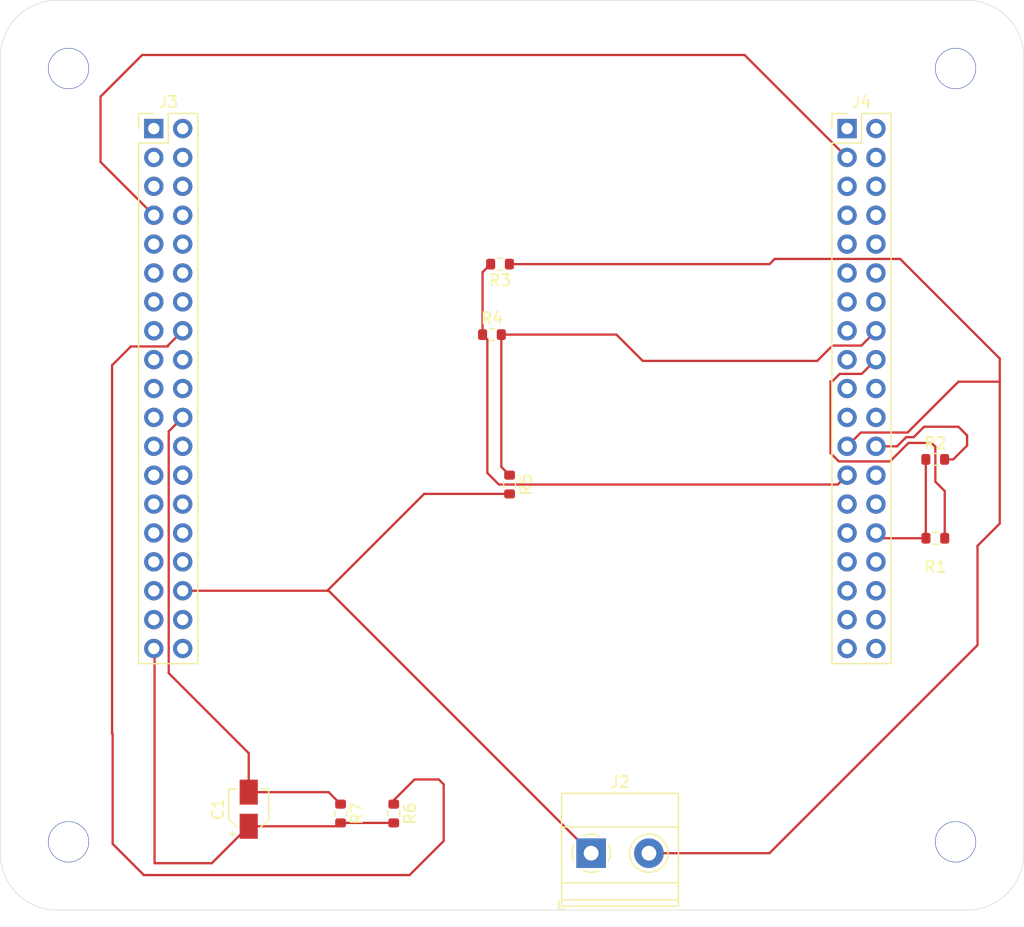
<source format=kicad_pcb>
(kicad_pcb (version 20240108) (generator "pcbnew") (generator_version "8.0")
  (layers (0 "F.Cu" signal) (31 "B.Cu" signal) (34 "B.Paste" user) (35 "F.Paste" user) (36 "B.SilkS" user "B.Silkscreen") (37 "F.SilkS" user "F.Silkscreen") (38 "B.Mask" user) (39 "F.Mask" user) (44 "Edge.Cuts" user))
  (net 0 "")
  (net 1 "E5V")
  (net 2 "PA13")
  (net 3 "3V3")
  (net 4 "PA15")
  (net 5 "GND")
  (net 6 "VIN")
  (net 7 "PC2")
  (net 8 "PC1")
  (net 9 "PA1")
  (net 10 "PA0")
  (net 11 "PC14")
  (net 12 "PD2")
  (net 13 "PB8")
  (net 16 "VBAT")
  (net 17 "PB0")
  (net 18 "PC13")
  (net 20 "PB7")
  (net 22 "PA14")
  (net 23 "PA4")
  (net 24 "RESET")
  (net 25 "PC12")
  (net 26 "VDD")
  (net 27 "PF1")
  (net 28 "PF0")
  (net 29 "PC3")
  (net 30 "PC10")
  (net 31 "IOREF")
  (net 32 "5V")
  (net 33 "PC0")
  (net 34 "PC15")
  (net 35 "PC11")
  (net 36 "PC7")
  (net 37 "PB3")
  (net 38 "PA9")
  (net 39 "PA7")
  (net 40 "PA10")
  (net 41 "PA6")
  (net 42 "PA8")
  (net 43 "PB2")
  (net 44 "PC5")
  (net 45 "PB11")
  (net 46 "PA12")
  (net 49 "PB14")
  (net 50 "PB5")
  (net 51 "PB15")
  (net 52 "PB4")
  (net 53 "PA11")
  (net 54 "PC4")
  (net 55 "PC8")
  (net 56 "PA5")
  (net 57 "PC6")
  (net 58 "PB9")
  (net 59 "AGND")
  (net 60 "AVDD")
  (net 61 "PB13")
  (net 62 "PB10")
  (net 63 "PC9")
  (net 64 "PB6")
  (net 65 "PB1")
  (net 66 "U5V")
  (net 67 "PB12")
  (footprint "Connector_PinHeader_2.54mm:PinHeader_2x19_P2.54mm_Vertical" (layer "F.Cu") (at 144.46 91.28)
    (property "Reference" "J4" (at 1.27 -2.33 0) (layer "F.SilkS"))
    (property "Value" "Conn_02x19_Odd_Even")
    (fp_line (start -1.33 -1.33) (end 0 -1.33) (stroke (width 0.12)) (layer "F.SilkS"))
    (fp_line (start -1.33 0) (end -1.33 -1.33) (stroke (width 0.12)) (layer "F.SilkS"))
    (fp_line (start -1.33 1.27) (end -1.33 47.05) (stroke (width 0.12)) (layer "F.SilkS"))
    (fp_line (start -1.33 1.27) (end 1.27 1.27) (stroke (width 0.12)) (layer "F.SilkS"))
    (fp_line (start -1.33 47.05) (end 3.87 47.05) (stroke (width 0.12)) (layer "F.SilkS"))
    (fp_line (start 1.27 -1.33) (end 3.87 -1.33) (stroke (width 0.12)) (layer "F.SilkS"))
    (fp_line (start 1.27 1.27) (end 1.27 -1.33) (stroke (width 0.12)) (layer "F.SilkS"))
    (fp_line (start 3.87 -1.33) (end 3.87 47.05) (stroke (width 0.12)) (layer "F.SilkS"))
    (pad "1" thru_hole rect (at 0 0) (size 1.7 1.7) (drill 1) (layers "*.Cu" "*.Mask") (net 63 "PC9"))
    (pad "2" thru_hole oval (at 2.54 0) (size 1.7 1.7) (drill 1) (layers "*.Cu" "*.Mask") (net 55 "PC8"))
    (pad "3" thru_hole oval (at 0 2.54) (size 1.7 1.7) (drill 1) (layers "*.Cu" "*.Mask") (net 13 "PB8"))
    (pad "4" thru_hole oval (at 2.54 2.54) (size 1.7 1.7) (drill 1) (layers "*.Cu" "*.Mask") (net 57 "PC6"))
    (pad "5" thru_hole oval (at 0 5.08) (size 1.7 1.7) (drill 1) (layers "*.Cu" "*.Mask") (net 58 "PB9"))
    (pad "6" thru_hole oval (at 2.54 5.08) (size 1.7 1.7) (drill 1) (layers "*.Cu" "*.Mask") (net 44 "PC5"))
    (pad "7" thru_hole oval (at 0 7.62) (size 1.7 1.7) (drill 1) (layers "*.Cu" "*.Mask") (net 60 "AVDD"))
    (pad "8" thru_hole oval (at 2.54 7.62) (size 1.7 1.7) (drill 1) (layers "*.Cu" "*.Mask") (net 66 "U5V"))
    (pad "9" thru_hole oval (at 0 10.16) (size 1.7 1.7) (drill 1) (layers "*.Cu" "*.Mask") (net 5 "GND"))
    (pad "10" thru_hole oval (at 2.54 10.16) (size 1.7 1.7) (drill 1) (layers "*.Cu" "*.Mask"))
    (pad "11" thru_hole oval (at 0 12.7) (size 1.7 1.7) (drill 1) (layers "*.Cu" "*.Mask") (net 56 "PA5"))
    (pad "12" thru_hole oval (at 2.54 12.7) (size 1.7 1.7) (drill 1) (layers "*.Cu" "*.Mask") (net 46 "PA12"))
    (pad "13" thru_hole oval (at 0 15.24) (size 1.7 1.7) (drill 1) (layers "*.Cu" "*.Mask") (net 41 "PA6"))
    (pad "14" thru_hole oval (at 2.54 15.24) (size 1.7 1.7) (drill 1) (layers "*.Cu" "*.Mask") (net 53 "PA11"))
    (pad "15" thru_hole oval (at 0 17.78) (size 1.7 1.7) (drill 1) (layers "*.Cu" "*.Mask") (net 39 "PA7"))
    (pad "16" thru_hole oval (at 2.54 17.78) (size 1.7 1.7) (drill 1) (layers "*.Cu" "*.Mask") (net 67 "PB12"))
    (pad "17" thru_hole oval (at 0 20.32) (size 1.7 1.7) (drill 1) (layers "*.Cu" "*.Mask") (net 64 "PB6"))
    (pad "18" thru_hole oval (at 2.54 20.32) (size 1.7 1.7) (drill 1) (layers "*.Cu" "*.Mask") (net 45 "PB11"))
    (pad "19" thru_hole oval (at 0 22.86) (size 1.7 1.7) (drill 1) (layers "*.Cu" "*.Mask") (net 36 "PC7"))
    (pad "20" thru_hole oval (at 2.54 22.86) (size 1.7 1.7) (drill 1) (layers "*.Cu" "*.Mask") (net 5 "GND"))
    (pad "21" thru_hole oval (at 0 25.4) (size 1.7 1.7) (drill 1) (layers "*.Cu" "*.Mask") (net 38 "PA9"))
    (pad "22" thru_hole oval (at 2.54 25.4) (size 1.7 1.7) (drill 1) (layers "*.Cu" "*.Mask") (net 43 "PB2"))
    (pad "23" thru_hole oval (at 0 27.94) (size 1.7 1.7) (drill 1) (layers "*.Cu" "*.Mask") (net 42 "PA8"))
    (pad "24" thru_hole oval (at 2.54 27.94) (size 1.7 1.7) (drill 1) (layers "*.Cu" "*.Mask") (net 65 "PB1"))
    (pad "25" thru_hole oval (at 0 30.48) (size 1.7 1.7) (drill 1) (layers "*.Cu" "*.Mask") (net 62 "PB10"))
    (pad "26" thru_hole oval (at 2.54 30.48) (size 1.7 1.7) (drill 1) (layers "*.Cu" "*.Mask") (net 51 "PB15"))
    (pad "27" thru_hole oval (at 0 33.02) (size 1.7 1.7) (drill 1) (layers "*.Cu" "*.Mask") (net 52 "PB4"))
    (pad "28" thru_hole oval (at 2.54 33.02) (size 1.7 1.7) (drill 1) (layers "*.Cu" "*.Mask") (net 49 "PB14"))
    (pad "29" thru_hole oval (at 0 35.56) (size 1.7 1.7) (drill 1) (layers "*.Cu" "*.Mask") (net 50 "PB5"))
    (pad "30" thru_hole oval (at 2.54 35.56) (size 1.7 1.7) (drill 1) (layers "*.Cu" "*.Mask") (net 61 "PB13"))
    (pad "31" thru_hole oval (at 0 38.1) (size 1.7 1.7) (drill 1) (layers "*.Cu" "*.Mask") (net 37 "PB3"))
    (pad "32" thru_hole oval (at 2.54 38.1) (size 1.7 1.7) (drill 1) (layers "*.Cu" "*.Mask") (net 59 "AGND"))
    (pad "33" thru_hole oval (at 0 40.64) (size 1.7 1.7) (drill 1) (layers "*.Cu" "*.Mask") (net 40 "PA10"))
    (pad "34" thru_hole oval (at 2.54 40.64) (size 1.7 1.7) (drill 1) (layers "*.Cu" "*.Mask") (net 54 "PC4"))
    (pad "35" thru_hole oval (at 0 43.18) (size 1.7 1.7) (drill 1) (layers "*.Cu" "*.Mask") (net 54 "PC4"))
    (pad "36" thru_hole oval (at 2.54 43.18) (size 1.7 1.7) (drill 1) (layers "*.Cu" "*.Mask"))
    (pad "37" thru_hole oval (at 0 45.72) (size 1.7 1.7) (drill 1) (layers "*.Cu" "*.Mask") (net 44 "PC5"))
    (pad "38" thru_hole oval (at 2.54 45.72) (size 1.7 1.7) (drill 1) (layers "*.Cu" "*.Mask"))
  )
  (footprint "Resistor_SMD:R_0603_1608Metric" (layer "F.Cu") (at 104.5972 151.511 -90)
    (property "Reference" "R6" (at 0 -1.43 90) (layer "F.SilkS"))
    (property "Value" "10k")
    (fp_line (start -0.237258 0.5225) (end 0.237258 0.5225) (stroke (width 0.12)) (layer "F.SilkS"))
    (fp_line (start -0.237258 -0.5225) (end 0.237258 -0.5225) (stroke (width 0.12)) (layer "F.SilkS"))
    (pad "1" smd roundrect (at -0.825 0 270) (size 0.8 0.95) (layers "F.Cu" "F.Paste" "F.Mask") (net 3 "3V3"))
    (pad "2" smd roundrect (at 0.825 0 270) (size 0.8 0.95) (layers "F.Cu" "F.Paste" "F.Mask") (net 29 "PC3"))
  )
  (footprint "Resistor_SMD:R_0603_1608Metric" (layer "F.Cu") (at 114.7826 122.5804 -90)
    (property "Reference" "R5" (at 0 -1.43 90) (layer "F.SilkS"))
    (property "Value" "1k")
    (fp_line (start -0.237258 0.5225) (end 0.237258 0.5225) (stroke (width 0.12)) (layer "F.SilkS"))
    (fp_line (start -0.237258 -0.5225) (end 0.237258 -0.5225) (stroke (width 0.12)) (layer "F.SilkS"))
    (pad "1" smd roundrect (at -0.825 0 270) (size 0.8 0.95) (layers "F.Cu" "F.Paste" "F.Mask") (net 67 "PB12"))
    (pad "2" smd roundrect (at 0.825 0 270) (size 0.8 0.95) (layers "F.Cu" "F.Paste" "F.Mask") (net 17 "PB0"))
  )
  (footprint "Resistor_SMD:R_0603_1608Metric" (layer "F.Cu") (at 152.21 120.3706)
    (property "Reference" "R2" (at 0 -1.43 0) (layer "F.SilkS"))
    (property "Value" "1k")
    (fp_line (start -0.237258 -0.5225) (end 0.237258 -0.5225) (stroke (width 0.12)) (layer "F.SilkS"))
    (fp_line (start -0.237258 0.5225) (end 0.237258 0.5225) (stroke (width 0.12)) (layer "F.SilkS"))
    (pad "1" smd roundrect (at -0.825 0) (size 0.8 0.95) (layers "F.Cu" "F.Paste" "F.Mask") (net 61 "PB13"))
    (pad "2" smd roundrect (at 0.825 0) (size 0.8 0.95) (layers "F.Cu" "F.Paste" "F.Mask") (net 65 "PB1"))
  )
  (footprint "Connector_PinHeader_2.54mm:PinHeader_2x19_P2.54mm_Vertical" (layer "F.Cu") (at 83.5 91.28)
    (property "Reference" "J3" (at 1.27 -2.33 0) (layer "F.SilkS"))
    (property "Value" "Conn_02x19_Odd_Even")
    (fp_line (start -1.33 -1.33) (end 0 -1.33) (stroke (width 0.12)) (layer "F.SilkS"))
    (fp_line (start -1.33 0) (end -1.33 -1.33) (stroke (width 0.12)) (layer "F.SilkS"))
    (fp_line (start -1.33 1.27) (end -1.33 47.05) (stroke (width 0.12)) (layer "F.SilkS"))
    (fp_line (start -1.33 1.27) (end 1.27 1.27) (stroke (width 0.12)) (layer "F.SilkS"))
    (fp_line (start -1.33 47.05) (end 3.87 47.05) (stroke (width 0.12)) (layer "F.SilkS"))
    (fp_line (start 1.27 -1.33) (end 3.87 -1.33) (stroke (width 0.12)) (layer "F.SilkS"))
    (fp_line (start 1.27 1.27) (end 1.27 -1.33) (stroke (width 0.12)) (layer "F.SilkS"))
    (fp_line (start 3.87 -1.33) (end 3.87 47.05) (stroke (width 0.12)) (layer "F.SilkS"))
    (pad "1" thru_hole rect (at 0 0) (size 1.7 1.7) (drill 1) (layers "*.Cu" "*.Mask") (net 30 "PC10"))
    (pad "2" thru_hole oval (at 2.54 0) (size 1.7 1.7) (drill 1) (layers "*.Cu" "*.Mask") (net 35 "PC11"))
    (pad "3" thru_hole oval (at 0 2.54) (size 1.7 1.7) (drill 1) (layers "*.Cu" "*.Mask") (net 25 "PC12"))
    (pad "4" thru_hole oval (at 2.54 2.54) (size 1.7 1.7) (drill 1) (layers "*.Cu" "*.Mask") (net 12 "PD2"))
    (pad "5" thru_hole oval (at 0 5.08) (size 1.7 1.7) (drill 1) (layers "*.Cu" "*.Mask") (net 26 "VDD"))
    (pad "6" thru_hole oval (at 2.54 5.08) (size 1.7 1.7) (drill 1) (layers "*.Cu" "*.Mask") (net 1 "E5V"))
    (pad "7" thru_hole oval (at 0 7.62) (size 1.7 1.7) (drill 1) (layers "*.Cu" "*.Mask") (net 13 "PB8"))
    (pad "8" thru_hole oval (at 2.54 7.62) (size 1.7 1.7) (drill 1) (layers "*.Cu" "*.Mask") (net 5 "GND"))
    (pad "9" thru_hole oval (at 0 10.16) (size 1.7 1.7) (drill 1) (layers "*.Cu" "*.Mask"))
    (pad "10" thru_hole oval (at 2.54 10.16) (size 1.7 1.7) (drill 1) (layers "*.Cu" "*.Mask"))
    (pad "11" thru_hole oval (at 0 12.7) (size 1.7 1.7) (drill 1) (layers "*.Cu" "*.Mask"))
    (pad "12" thru_hole oval (at 2.54 12.7) (size 1.7 1.7) (drill 1) (layers "*.Cu" "*.Mask") (net 31 "IOREF"))
    (pad "13" thru_hole oval (at 0 15.24) (size 1.7 1.7) (drill 1) (layers "*.Cu" "*.Mask") (net 2 "PA13"))
    (pad "14" thru_hole oval (at 2.54 15.24) (size 1.7 1.7) (drill 1) (layers "*.Cu" "*.Mask") (net 24 "RESET"))
    (pad "15" thru_hole oval (at 0 17.78) (size 1.7 1.7) (drill 1) (layers "*.Cu" "*.Mask") (net 22 "PA14"))
    (pad "16" thru_hole oval (at 2.54 17.78) (size 1.7 1.7) (drill 1) (layers "*.Cu" "*.Mask") (net 3 "3V3"))
    (pad "17" thru_hole oval (at 0 20.32) (size 1.7 1.7) (drill 1) (layers "*.Cu" "*.Mask") (net 4 "PA15"))
    (pad "18" thru_hole oval (at 2.54 20.32) (size 1.7 1.7) (drill 1) (layers "*.Cu" "*.Mask") (net 32 "5V"))
    (pad "19" thru_hole oval (at 0 22.86) (size 1.7 1.7) (drill 1) (layers "*.Cu" "*.Mask") (net 5 "GND"))
    (pad "20" thru_hole oval (at 2.54 22.86) (size 1.7 1.7) (drill 1) (layers "*.Cu" "*.Mask") (net 5 "GND"))
    (pad "21" thru_hole oval (at 0 25.4) (size 1.7 1.7) (drill 1) (layers "*.Cu" "*.Mask") (net 20 "PB7"))
    (pad "22" thru_hole oval (at 2.54 25.4) (size 1.7 1.7) (drill 1) (layers "*.Cu" "*.Mask") (net 5 "GND"))
    (pad "23" thru_hole oval (at 0 27.94) (size 1.7 1.7) (drill 1) (layers "*.Cu" "*.Mask") (net 18 "PC13"))
    (pad "24" thru_hole oval (at 2.54 27.94) (size 1.7 1.7) (drill 1) (layers "*.Cu" "*.Mask") (net 6 "VIN"))
    (pad "25" thru_hole oval (at 0 30.48) (size 1.7 1.7) (drill 1) (layers "*.Cu" "*.Mask") (net 11 "PC14"))
    (pad "26" thru_hole oval (at 2.54 30.48) (size 1.7 1.7) (drill 1) (layers "*.Cu" "*.Mask"))
    (pad "27" thru_hole oval (at 0 33.02) (size 1.7 1.7) (drill 1) (layers "*.Cu" "*.Mask") (net 34 "PC15"))
    (pad "28" thru_hole oval (at 2.54 33.02) (size 1.7 1.7) (drill 1) (layers "*.Cu" "*.Mask") (net 10 "PA0"))
    (pad "29" thru_hole oval (at 0 35.56) (size 1.7 1.7) (drill 1) (layers "*.Cu" "*.Mask") (net 28 "PF0"))
    (pad "30" thru_hole oval (at 2.54 35.56) (size 1.7 1.7) (drill 1) (layers "*.Cu" "*.Mask") (net 9 "PA1"))
    (pad "31" thru_hole oval (at 0 38.1) (size 1.7 1.7) (drill 1) (layers "*.Cu" "*.Mask") (net 27 "PF1"))
    (pad "32" thru_hole oval (at 2.54 38.1) (size 1.7 1.7) (drill 1) (layers "*.Cu" "*.Mask") (net 23 "PA4"))
    (pad "33" thru_hole oval (at 0 40.64) (size 1.7 1.7) (drill 1) (layers "*.Cu" "*.Mask") (net 16 "VBAT"))
    (pad "34" thru_hole oval (at 2.54 40.64) (size 1.7 1.7) (drill 1) (layers "*.Cu" "*.Mask") (net 17 "PB0"))
    (pad "35" thru_hole oval (at 0 43.18) (size 1.7 1.7) (drill 1) (layers "*.Cu" "*.Mask") (net 7 "PC2"))
    (pad "36" thru_hole oval (at 2.54 43.18) (size 1.7 1.7) (drill 1) (layers "*.Cu" "*.Mask") (net 8 "PC1"))
    (pad "37" thru_hole oval (at 0 45.72) (size 1.7 1.7) (drill 1) (layers "*.Cu" "*.Mask") (net 29 "PC3"))
    (pad "38" thru_hole oval (at 2.54 45.72) (size 1.7 1.7) (drill 1) (layers "*.Cu" "*.Mask") (net 33 "PC0"))
  )
  (footprint "Capacitor_SMD:CP_Elec_3x5.3" (layer "F.Cu") (at 91.8464 151.1314 90)
    (property "Reference" "C1" (at 0 -2.7 270) (layer "F.SilkS"))
    (property "Value" "1u")
    (fp_line (start 1.76 -1.76) (end 1.76 -1.06) (stroke (width 0.12)) (layer "F.SilkS"))
    (fp_line (start -0.870563 -1.76) (end 1.76 -1.76) (stroke (width 0.12)) (layer "F.SilkS"))
    (fp_line (start -2.1875 -1.6225) (end -2.1875 -1.2475) (stroke (width 0.12)) (layer "F.SilkS"))
    (fp_line (start -2.375 -1.435) (end -2 -1.435) (stroke (width 0.12)) (layer "F.SilkS"))
    (fp_line (start -1.570563 -1.06) (end -0.870563 -1.76) (stroke (width 0.12)) (layer "F.SilkS"))
    (fp_line (start -1.570563 1.06) (end -0.870563 1.76) (stroke (width 0.12)) (layer "F.SilkS"))
    (fp_line (start 1.76 1.76) (end 1.76 1.06) (stroke (width 0.12)) (layer "F.SilkS"))
    (fp_line (start -0.870563 1.76) (end 1.76 1.76) (stroke (width 0.12)) (layer "F.SilkS"))
    (pad "1" smd rect (at -1.5 0 90) (size 2.2 1.6) (layers "F.Cu" "F.Paste" "F.Mask") (net 29 "PC3"))
    (pad "2" smd rect (at 1.5 0 90) (size 2.2 1.6) (layers "F.Cu" "F.Paste" "F.Mask") (net 5 "GND"))
  )
  (footprint "Resistor_SMD:R_0603_1608Metric" (layer "F.Cu") (at 113.9444 103.2002 180)
    (property "Reference" "R3" (at 0 -1.43 180) (layer "F.SilkS"))
    (property "Value" "1k")
    (fp_line (start -0.237258 0.5225) (end 0.237258 0.5225) (stroke (width 0.12)) (layer "F.SilkS"))
    (fp_line (start -0.237258 -0.5225) (end 0.237258 -0.5225) (stroke (width 0.12)) (layer "F.SilkS"))
    (pad "1" smd roundrect (at -0.825 0 180) (size 0.8 0.95) (layers "F.Cu" "F.Paste" "F.Mask") (net 42 "PA8"))
    (pad "2" smd roundrect (at 0.825 0 180) (size 0.8 0.95) (layers "F.Cu" "F.Paste" "F.Mask") (net 62 "PB10"))
  )
  (footprint "Resistor_SMD:R_0603_1608Metric" (layer "F.Cu") (at 99.9236 151.511 -90)
    (property "Reference" "R7" (at 0 -1.43 90) (layer "F.SilkS"))
    (property "Value" "10k")
    (fp_line (start -0.237258 0.5225) (end 0.237258 0.5225) (stroke (width 0.12)) (layer "F.SilkS"))
    (fp_line (start -0.237258 -0.5225) (end 0.237258 -0.5225) (stroke (width 0.12)) (layer "F.SilkS"))
    (pad "1" smd roundrect (at -0.825 0 270) (size 0.8 0.95) (layers "F.Cu" "F.Paste" "F.Mask") (net 5 "GND"))
    (pad "2" smd roundrect (at 0.825 0 270) (size 0.8 0.95) (layers "F.Cu" "F.Paste" "F.Mask") (net 29 "PC3"))
  )
  (footprint "TerminalBlock_Phoenix:TerminalBlock_Phoenix_MKDS-1,5-2-5.08_1x02_P5.08mm_Horizontal" (layer "F.Cu") (at 121.955 155)
    (property "Reference" "J2" (at 2.54 -6.26 0) (layer "F.SilkS"))
    (property "Value" "Screw_Terminal_01x02")
    (fp_line (start -2.84 4.16) (end -2.84 4.9) (stroke (width 0.12)) (layer "F.SilkS"))
    (fp_line (start -2.84 4.9) (end -2.34 4.9) (stroke (width 0.12)) (layer "F.SilkS"))
    (fp_line (start -2.6 -5.261) (end -2.6 4.66) (stroke (width 0.12)) (layer "F.SilkS"))
    (fp_line (start -2.6 -5.261) (end 7.68 -5.261) (stroke (width 0.12)) (layer "F.SilkS"))
    (fp_line (start -2.6 -2.301) (end 7.68 -2.301) (stroke (width 0.12)) (layer "F.SilkS"))
    (fp_line (start -2.6 2.6) (end 7.68 2.6) (stroke (width 0.12)) (layer "F.SilkS"))
    (fp_line (start -2.6 4.1) (end 7.68 4.1) (stroke (width 0.12)) (layer "F.SilkS"))
    (fp_line (start -2.6 4.66) (end 7.68 4.66) (stroke (width 0.12)) (layer "F.SilkS"))
    (fp_line (start 3.853 1.023) (end 3.806 1.069) (stroke (width 0.12)) (layer "F.SilkS"))
    (fp_line (start 4.046 1.239) (end 4.011 1.274) (stroke (width 0.12)) (layer "F.SilkS"))
    (fp_line (start 6.15 -1.275) (end 6.115 -1.239) (stroke (width 0.12)) (layer "F.SilkS"))
    (fp_line (start 6.355 -1.069) (end 6.308 -1.023) (stroke (width 0.12)) (layer "F.SilkS"))
    (fp_line (start 7.68 -5.261) (end 7.68 4.66) (stroke (width 0.12)) (layer "F.SilkS"))
    (fp_arc (start -1.535427 0.683042) (mid -1.680501 -0.000524) (end -1.535 -0.684) (stroke (width 0.12)) (layer "F.SilkS"))
    (fp_arc (start -0.683042 -1.535427) (mid 0.000524 -1.680501) (end 0.684 -1.535) (stroke (width 0.12)) (layer "F.SilkS"))
    (fp_arc (start 0.028805 1.680253) (mid -0.335551 1.646659) (end -0.684 1.535) (stroke (width 0.12)) (layer "F.SilkS"))
    (fp_arc (start 0.683318 1.534756) (mid 0.349292 1.643288) (end 0 1.68) (stroke (width 0.12)) (layer "F.SilkS"))
    (fp_arc (start 1.535427 -0.683042) (mid 1.680501 0.000524) (end 1.535 0.684) (stroke (width 0.12)) (layer "F.SilkS"))
    (fp_circle (center 5.08 0) (end 6.76 0) (stroke (width 0.12)) (fill none) (layer "F.SilkS"))
    (pad "1" thru_hole rect (at 0 0) (size 2.6 2.6) (drill 1.3) (layers "*.Cu" "*.Mask") (net 17 "PB0"))
    (pad "2" thru_hole circle (at 5.08 0) (size 2.6 2.6) (drill 1.3) (layers "*.Cu" "*.Mask") (net 42 "PA8"))
  )
  (footprint "Resistor_SMD:R_0603_1608Metric" (layer "F.Cu") (at 152.2222 127.3048 180)
    (property "Reference" "R1" (at -0.0302 -2.513 180) (layer "F.SilkS"))
    (property "Value" "1k")
    (fp_line (start -0.237258 0.5225) (end 0.237258 0.5225) (stroke (width 0.12)) (layer "F.SilkS"))
    (fp_line (start -0.237258 -0.5225) (end 0.237258 -0.5225) (stroke (width 0.12)) (layer "F.SilkS"))
    (pad "1" smd roundrect (at -0.825 0 180) (size 0.8 0.95) (layers "F.Cu" "F.Paste" "F.Mask") (net 45 "PB11"))
    (pad "2" smd roundrect (at 0.825 0 180) (size 0.8 0.95) (layers "F.Cu" "F.Paste" "F.Mask") (net 61 "PB13"))
  )
  (footprint "Resistor_SMD:R_0603_1608Metric" (layer "F.Cu") (at 113.2332 109.3978)
    (property "Reference" "R4" (at 0 -1.43 0) (layer "F.SilkS"))
    (property "Value" "1k")
    (fp_line (start -0.237258 -0.5225) (end 0.237258 -0.5225) (stroke (width 0.12)) (layer "F.SilkS"))
    (fp_line (start -0.237258 0.5225) (end 0.237258 0.5225) (stroke (width 0.12)) (layer "F.SilkS"))
    (pad "1" smd roundrect (at -0.825 0) (size 0.8 0.95) (layers "F.Cu" "F.Paste" "F.Mask") (net 62 "PB10"))
    (pad "2" smd roundrect (at 0.825 0) (size 0.8 0.95) (layers "F.Cu" "F.Paste" "F.Mask") (net 67 "PB12"))
  )
  (gr_line (start 160 85) (end 160 155) (stroke (width 0.05)) (layer "Edge.Cuts"))
  (gr_arc (start 155 80) (mid 158.535534 81.464466) (end 160 85) (stroke (width 0.05)) (layer "Edge.Cuts"))
  (gr_arc (start 160 155) (mid 158.535534 158.535534) (end 155 160) (stroke (width 0.05)) (layer "Edge.Cuts"))
  (gr_arc (start 75 160) (mid 71.464466 158.535534) (end 70 155) (stroke (width 0.05)) (layer "Edge.Cuts"))
  (gr_line (start 70 155) (end 70 85) (stroke (width 0.05)) (layer "Edge.Cuts"))
  (gr_line (start 155 160) (end 75 160) (stroke (width 0.05)) (layer "Edge.Cuts"))
  (gr_line (start 75 80) (end 155 80) (stroke (width 0.05)) (layer "Edge.Cuts"))
  (gr_arc (start 70 85) (mid 71.464466 81.464466) (end 75 80) (stroke (width 0.05)) (layer "Edge.Cuts"))
  (via (at 76 86) (size 3.6) (drill 3.5) (layers "F.Cu" "B.Cu") (net 0))
  (via (at 154 86) (size 3.6) (drill 3.5) (layers "F.Cu" "B.Cu") (net 0))
  (via (at 154 154) (size 3.6) (drill 3.5) (layers "F.Cu" "B.Cu") (net 0))
  (via (at 76 154) (size 3.6) (drill 3.5) (layers "F.Cu" "B.Cu") (net 0))
  (segment (start 104.5972 150.3426) (end 106.426 148.5138) (width 0.2) (layer "F.Cu") (net 3))
  (segment (start 79.883 144.5514) (end 79.8322 144.5006) (width 0.2) (layer "F.Cu") (net 3))
  (segment (start 82.6008 156.8958) (end 79.883 154.178) (width 0.2) (layer "F.Cu") (net 3))
  (segment (start 108.9914 148.9456) (end 108.9914 153.924) (width 0.2) (layer "F.Cu") (net 3))
  (segment (start 84.7344 110.4392) (end 84.7344 110.3656) (width 0.2) (layer "F.Cu") (net 3))
  (segment (start 106.426 148.5138) (end 108.5596 148.5138) (width 0.2) (layer "F.Cu") (net 3))
  (segment (start 108.9914 153.924) (end 105.9942 156.9212) (width 0.2) (layer "F.Cu") (net 3))
  (segment (start 79.8322 112.0902) (end 81.4832 110.4392) (width 0.2) (layer "F.Cu") (net 3))
  (segment (start 79.883 154.178) (end 79.883 144.5514) (width 0.2) (layer "F.Cu") (net 3))
  (segment (start 82.6008 156.9212) (end 82.6008 156.8958) (width 0.2) (layer "F.Cu") (net 3))
  (segment (start 79.8322 144.5006) (end 79.8322 112.0902) (width 0.2) (layer "F.Cu") (net 3))
  (segment (start 105.9942 156.9212) (end 82.6008 156.9212) (width 0.2) (layer "F.Cu") (net 3))
  (segment (start 81.4832 110.4392) (end 84.7344 110.4392) (width 0.2) (layer "F.Cu") (net 3))
  (segment (start 104.5972 150.686) (end 104.5972 150.3426) (width 0.2) (layer "F.Cu") (net 3))
  (segment (start 108.5596 148.5138) (end 108.9914 148.9456) (width 0.2) (layer "F.Cu") (net 3))
  (segment (start 84.7344 110.3656) (end 86.04 109.06) (width 0.2) (layer "F.Cu") (net 3))
  (segment (start 84.8106 139.1666) (end 84.8106 117.9094) (width 0.2) (layer "F.Cu") (net 5))
  (segment (start 91.8464 146.2024) (end 84.8106 139.1666) (width 0.2) (layer "F.Cu") (net 5))
  (segment (start 84.8106 117.9094) (end 86.04 116.68) (width 0.2) (layer "F.Cu") (net 5))
  (segment (start 98.869 149.6314) (end 99.9236 150.686) (width 0.2) (layer "F.Cu") (net 5))
  (segment (start 91.8464 149.6314) (end 91.8464 146.2024) (width 0.2) (layer "F.Cu") (net 5))
  (segment (start 91.8464 149.6314) (end 98.869 149.6314) (width 0.2) (layer "F.Cu") (net 5))
  (segment (start 78.8162 88.4682) (end 82.4738 84.8106) (width 0.2) (layer "F.Cu") (net 13))
  (segment (start 135.4506 84.8106) (end 144.46 93.82) (width 0.2) (layer "F.Cu") (net 13))
  (segment (start 82.4738 84.8106) (end 135.4506 84.8106) (width 0.2) (layer "F.Cu") (net 13))
  (segment (start 83.5 98.9) (end 78.8162 94.2162) (width 0.2) (layer "F.Cu") (net 13))
  (segment (start 78.8162 94.2162) (end 78.8162 88.4682) (width 0.2) (layer "F.Cu") (net 13))
  (segment (start 98.875 131.92) (end 121.955 155) (width 0.2) (layer "F.Cu") (net 17))
  (segment (start 114.7826 123.4054) (end 107.2698 123.4054) (width 0.2) (layer "F.Cu") (net 17))
  (segment (start 86.04 131.92) (end 98.7552 131.92) (width 0.2) (layer "F.Cu") (net 17))
  (segment (start 98.7552 131.92) (end 98.875 131.92) (width 0.2) (layer "F.Cu") (net 17))
  (segment (start 107.2698 123.4054) (end 98.7552 131.92) (width 0.2) (layer "F.Cu") (net 17))
  (segment (start 99.6282 152.6314) (end 99.9236 152.336) (width 0.2) (layer "F.Cu") (net 29))
  (segment (start 83.566 137.066) (end 83.5 137) (width 0.2) (layer "F.Cu") (net 29))
  (segment (start 99.9236 152.336) (end 104.5972 152.336) (width 0.2) (layer "F.Cu") (net 29))
  (segment (start 91.8464 152.6314) (end 88.598 155.8798) (width 0.2) (layer "F.Cu") (net 29))
  (segment (start 83.566 155.8798) (end 83.566 137.066) (width 0.2) (layer "F.Cu") (net 29))
  (segment (start 88.598 155.8798) (end 83.566 155.8798) (width 0.2) (layer "F.Cu") (net 29))
  (segment (start 91.8464 152.6314) (end 99.6282 152.6314) (width 0.2) (layer "F.Cu") (net 29))
  (segment (start 137.6334 155) (end 155.9306 136.7028) (width 0.2) (layer "F.Cu") (net 42))
  (segment (start 157.8864 113.538) (end 154.2542 113.538) (width 0.2) (layer "F.Cu") (net 42))
  (segment (start 138.0998 102.743) (end 137.6426 103.2002) (width 0.2) (layer "F.Cu") (net 42))
  (segment (start 145.6716 118.0084) (end 144.46 119.22) (width 0.2) (layer "F.Cu") (net 42))
  (segment (start 149.7838 118.0084) (end 145.6716 118.0084) (width 0.2) (layer "F.Cu") (net 42))
  (segment (start 137.6426 103.2002) (end 114.7694 103.2002) (width 0.2) (layer "F.Cu") (net 42))
  (segment (start 155.9306 127.9652) (end 157.8864 126.0094) (width 0.2) (layer "F.Cu") (net 42))
  (segment (start 149.1234 102.743) (end 138.0998 102.743) (width 0.2) (layer "F.Cu") (net 42))
  (segment (start 157.8864 113.538) (end 157.8864 111.506) (width 0.2) (layer "F.Cu") (net 42))
  (segment (start 155.9306 136.7028) (end 155.9306 127.9652) (width 0.2) (layer "F.Cu") (net 42))
  (segment (start 157.8864 126.0094) (end 157.8864 113.538) (width 0.2) (layer "F.Cu") (net 42))
  (segment (start 127.035 155) (end 137.6334 155) (width 0.2) (layer "F.Cu") (net 42))
  (segment (start 154.2542 113.538) (end 149.7838 118.0084) (width 0.2) (layer "F.Cu") (net 42))
  (segment (start 157.8864 111.506) (end 149.1234 102.743) (width 0.2) (layer "F.Cu") (net 42))
  (segment (start 145.7478 112.8522) (end 147 111.6) (width 0.2) (layer "F.Cu") (net 45))
  (segment (start 143.7386 120.5484) (end 143.002 119.8118) (width 0.2) (layer "F.Cu") (net 45))
  (segment (start 143.1544 113.5126) (end 143.8148 112.8522) (width 0.2) (layer "F.Cu") (net 45))
  (segment (start 143.002 119.8118) (end 143.002 113.5126) (width 0.2) (layer "F.Cu") (net 45))
  (segment (start 152.2222 122.3264) (end 152.2222 119.253) (width 0.2) (layer "F.Cu") (net 45))
  (segment (start 149.86 118.9228) (end 148.2344 120.5484) (width 0.2) (layer "F.Cu") (net 45))
  (segment (start 148.2344 120.5484) (end 143.7386 120.5484) (width 0.2) (layer "F.Cu") (net 45))
  (segment (start 153.0472 127.3048) (end 153.0472 123.1514) (width 0.2) (layer "F.Cu") (net 45))
  (segment (start 151.892 118.9228) (end 149.86 118.9228) (width 0.2) (layer "F.Cu") (net 45))
  (segment (start 153.0472 123.1514) (end 152.2222 122.3264) (width 0.2) (layer "F.Cu") (net 45))
  (segment (start 152.2222 119.253) (end 151.892 118.9228) (width 0.2) (layer "F.Cu") (net 45))
  (segment (start 143.002 113.5126) (end 143.1544 113.5126) (width 0.2) (layer "F.Cu") (net 45))
  (segment (start 143.8148 112.8522) (end 145.7478 112.8522) (width 0.2) (layer "F.Cu") (net 45))
  (segment (start 147.4648 127.3048) (end 147 126.84) (width 0.2) (layer "F.Cu") (net 61))
  (segment (start 151.385 127.2926) (end 151.3972 127.3048) (width 0.2) (layer "F.Cu") (net 61))
  (segment (start 151.385 120.3706) (end 151.385 127.2926) (width 0.2) (layer "F.Cu") (net 61))
  (segment (start 151.3972 127.3048) (end 147.4648 127.3048) (width 0.2) (layer "F.Cu") (net 61))
  (segment (start 112.8268 109.8164) (end 112.8268 121.5644) (width 0.2) (layer "F.Cu") (net 62))
  (segment (start 143.6396 122.5804) (end 144.46 121.76) (width 0.2) (layer "F.Cu") (net 62))
  (segment (start 112.4082 109.3978) (end 112.8268 109.8164) (width 0.2) (layer "F.Cu") (net 62))
  (segment (start 112.4082 103.9114) (end 113.1194 103.2002) (width 0.2) (layer "F.Cu") (net 62))
  (segment (start 113.8428 122.5804) (end 143.6396 122.5804) (width 0.2) (layer "F.Cu") (net 62))
  (segment (start 112.8268 121.5644) (end 113.8428 122.5804) (width 0.2) (layer "F.Cu") (net 62))
  (segment (start 112.4082 109.3978) (end 112.4082 103.9114) (width 0.2) (layer "F.Cu") (net 62))
  (segment (start 151.2316 117.5004) (end 150.3172 118.4148) (width 0.2) (layer "F.Cu") (net 65))
  (segment (start 155.0162 119.1514) (end 155.0162 118.2624) (width 0.2) (layer "F.Cu") (net 65))
  (segment (start 149.6568 118.4148) (end 148.8516 119.22) (width 0.2) (layer "F.Cu") (net 65))
  (segment (start 154.2542 117.5004) (end 151.2316 117.5004) (width 0.2) (layer "F.Cu") (net 65))
  (segment (start 150.3172 118.4148) (end 149.6568 118.4148) (width 0.2) (layer "F.Cu") (net 65))
  (segment (start 153.035 120.3706) (end 153.797 120.3706) (width 0.2) (layer "F.Cu") (net 65))
  (segment (start 155.0162 118.2624) (end 154.2542 117.5004) (width 0.2) (layer "F.Cu") (net 65))
  (segment (start 148.8516 119.22) (end 147 119.22) (width 0.2) (layer "F.Cu") (net 65))
  (segment (start 153.797 120.3706) (end 155.0162 119.1514) (width 0.2) (layer "F.Cu") (net 65))
  (segment (start 114.0582 121.031) (end 114.7826 121.7554) (width 0.2) (layer "F.Cu") (net 67))
  (segment (start 114.0582 109.3978) (end 124.1806 109.3978) (width 0.2) (layer "F.Cu") (net 67))
  (segment (start 143.1798 110.363) (end 145.7198 110.363) (width 0.2) (layer "F.Cu") (net 67))
  (segment (start 124.1806 109.3978) (end 126.492 111.7092) (width 0.2) (layer "F.Cu") (net 67))
  (segment (start 141.8336 111.7092) (end 143.1798 110.363) (width 0.2) (layer "F.Cu") (net 67))
  (segment (start 147 109.0828) (end 147 109.06) (width 0.2) (layer "F.Cu") (net 67))
  (segment (start 145.7198 110.363) (end 147 109.0828) (width 0.2) (layer "F.Cu") (net 67))
  (segment (start 114.0582 109.3978) (end 114.0582 121.031) (width 0.2) (layer "F.Cu") (net 67))
  (segment (start 126.492 111.7092) (end 141.8336 111.7092) (width 0.2) (layer "F.Cu") (net 67))
)
</source>
